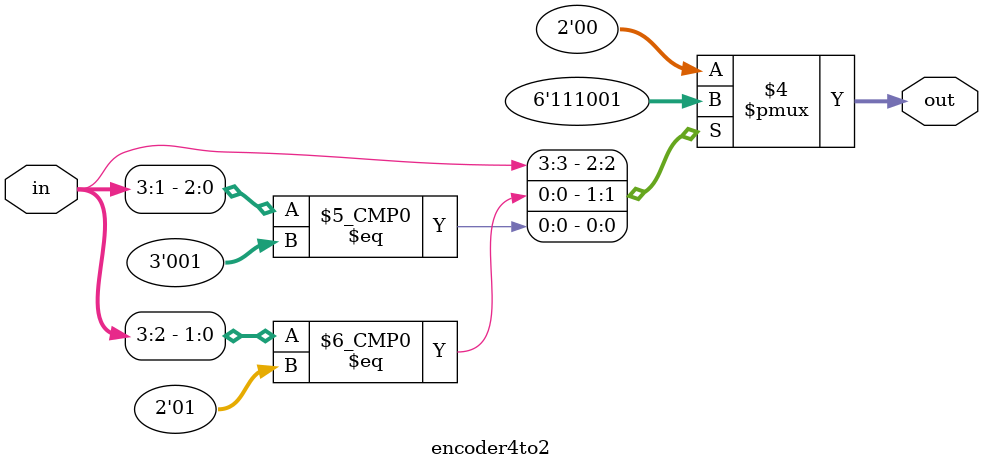
<source format=v>

module encoder4to2(input [3:0] in, output reg [1:0] out);
    always @(*) begin
        casex (in)
            4'b1xxx: out = 2'b11;
            4'b01xx: out = 2'b10;
            4'b001x: out = 2'b01;
            4'b0001: out = 2'b00;
            default: out = 2'b00;
        endcase
    end
endmodule



</source>
